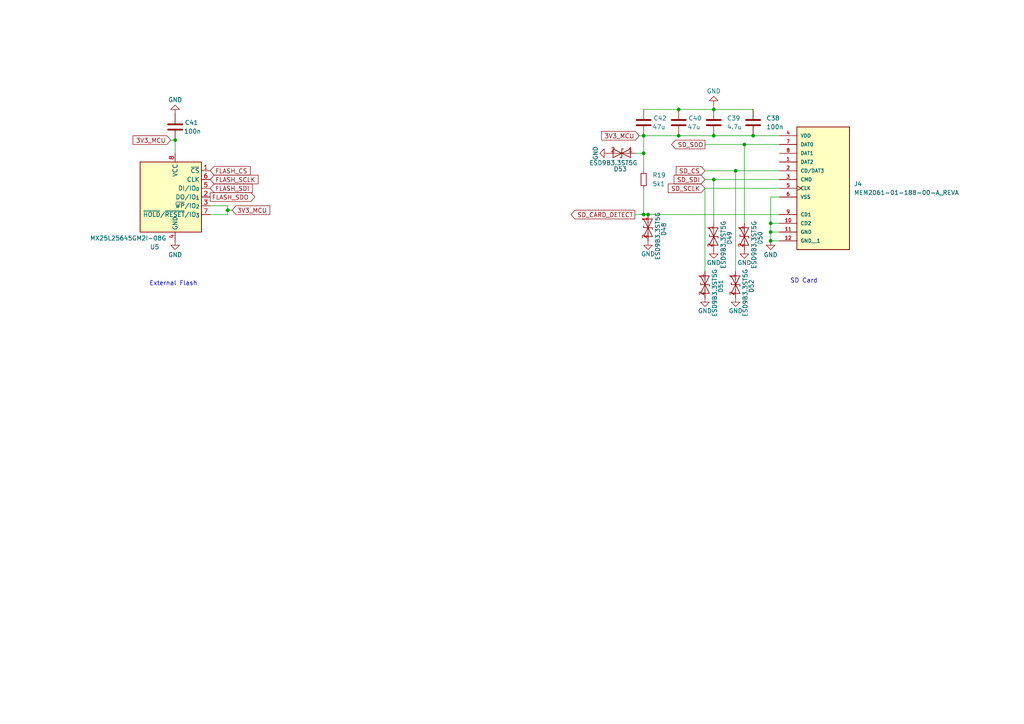
<source format=kicad_sch>
(kicad_sch (version 20250114) (generator "eeschema") (generator_version "9.0")
  (paper "A4")
  (lib_symbols
    (symbol "Device:C" (pin_numbers (hide yes)) (pin_names (offset 0.254))
      (property "Reference" "C" (at 0.635 2.54 0))
      (property "Value" "C" (at 0.635 -2.54 0))
      (symbol "C_0_1"
        (polyline (pts (xy -2.032 0.762) (xy 2.032 0.762)) (stroke (width 0.508)))
        (polyline (pts (xy -2.032 -0.762) (xy 2.032 -0.762)) (stroke (width 0.508)))
      )
      (symbol "C_1_1"
        (pin passive line (at 0 3.81 270) (length 2.794) (name "~") (number "1"))
        (pin passive line (at 0 -3.81 90) (length 2.794) (name "~") (number "2"))
      )
    )
    (symbol "Device:R_Small" (pin_numbers (hide yes)) (pin_names (offset 0.254) (hide yes))
      (property "Reference" "R" (at 0.762 0.508 0))
      (property "Value" "R_Small" (at 0.762 -1.016 0))
      (symbol "R_Small_0_1"
        (rectangle (start -0.762 1.778) (end 0.762 -1.778) (stroke (width 0.2032)))
      )
      (symbol "R_Small_1_1"
        (pin passive line (at 0 2.54 270) (length 0.762) (name "~") (number "1"))
        (pin passive line (at 0 -2.54 90) (length 0.762) (name "~") (number "2"))
      )
    )
    (symbol "Diode:ESD9B3.3ST5G" (pin_names (offset 1.016) (hide yes))
      (property "Reference" "D" (at 0 2.54 0))
      (property "Value" "ESD9B3.3ST5G" (at 0 -2.54 0))
      (symbol "ESD9B3.3ST5G_0_1"
        (polyline (pts (xy -2.54 -1.27) (xy 0 0) (xy -2.54 1.27) (xy -2.54 -1.27)) (stroke (width 0.2032)))
        (polyline (pts (xy 0.508 1.27) (xy 0 1.27) (xy 0 -1.27) (xy -0.508 -1.27)) (stroke (width 0.2032)))
        (polyline (pts (xy 1.27 0) (xy -1.27 0)))
        (polyline (pts (xy 2.54 1.27) (xy 2.54 -1.27) (xy 0 0) (xy 2.54 1.27)) (stroke (width 0.2032)))
      )
      (symbol "ESD9B3.3ST5G_1_1"
        (pin passive line (at -3.81 0 0) (length 2.54) (name "A1") (number "1"))
        (pin passive line (at 3.81 0 180) (length 2.54) (name "A2") (number "2"))
      )
    )
    (symbol "MEM2061-01-188-00-A_REVA:MEM2061-01-188-00-A_REVA" (pin_names (offset 1.016))
      (property "Reference" "J" (at 0 15.2675 0))
      (property "Value" "MEM2061-01-188-00-A_REVA" (at 0 -22.8815 0))
      (symbol "MEM2061-01-188-00-A_REVA_0_0"
        (rectangle (start 0 -20.32) (end 15.24 15.24) (stroke (width 0.254)) (fill (type background)))
        (pin power_in line (at -5.08 12.7 0) (length 5.08) (name "VDD") (number "4"))
        (pin bidirectional line (at -5.08 10.16 0) (length 5.08) (name "DAT0") (number "7"))
        (pin bidirectional line (at -5.08 7.62 0) (length 5.08) (name "DAT1") (number "8"))
        (pin bidirectional line (at -5.08 5.08 0) (length 5.08) (name "DAT2") (number "1"))
        (pin bidirectional line (at -5.08 2.54 0) (length 5.08) (name "CD/DAT3") (number "2"))
        (pin bidirectional line (at -5.08 0 0) (length 5.08) (name "CMD") (number "3"))
        (pin bidirectional clock (at -5.08 -2.54 0) (length 5.08) (name "CLK") (number "5"))
        (pin power_in line (at -5.08 -5.08 0) (length 5.08) (name "VSS") (number "6"))
        (pin passive line (at -5.08 -10.16 0) (length 5.08) (name "CD1") (number "9"))
        (pin passive line (at -5.08 -12.7 0) (length 5.08) (name "CD2") (number "10"))
        (pin power_in line (at -5.08 -15.24 0) (length 5.08) (name "GND") (number "11"))
        (pin power_in line (at -5.08 -17.78 0) (length 5.08) (name "GND__1") (number "12"))
      )
    )
    (symbol "Memory_Flash:W25Q128JVS"
      (property "Reference" "U" (at -6.35 11.43 0))
      (property "Value" "W25Q128JVS" (at 7.62 11.43 0))
      (symbol "W25Q128JVS_0_1"
        (rectangle (start -7.62 10.16) (end 10.16 -10.16) (stroke (width 0.254)) (fill (type background)))
      )
      (symbol "W25Q128JVS_1_1"
        (pin input line (at -10.16 7.62 0) (length 2.54) (name "~{CS}") (number "1"))
        (pin input line (at -10.16 5.08 0) (length 2.54) (name "CLK") (number "6"))
        (pin bidirectional line (at -10.16 2.54 0) (length 2.54) (name "DI/IO_{0}") (number "5"))
        (pin bidirectional line (at -10.16 0 0) (length 2.54) (name "DO/IO_{1}") (number "2"))
        (pin bidirectional line (at -10.16 -2.54 0) (length 2.54) (name "~{WP}/IO_{2}") (number "3"))
        (pin bidirectional line (at -10.16 -5.08 0) (length 2.54) (name "~{HOLD}/~{RESET}/IO_{3}") (number "7"))
        (pin power_in line (at 0 12.7 270) (length 2.54) (name "VCC") (number "8"))
        (pin power_in line (at 0 -12.7 90) (length 2.54) (name "GND") (number "4"))
      )
    )
    (symbol "power:GND" (power) (pin_numbers (hide yes)) (pin_names (offset 0) (hide yes))
      (property "Value" "GND" (at 0 -3.81 0))
      (symbol "GND_0_1"
        (polyline (pts (xy 0 0) (xy 0 -1.27) (xy 1.27 -1.27) (xy 0 -2.54) (xy -1.27 -1.27) (xy 0 -1.27)))
      )
      (symbol "GND_1_1"
        (pin power_in line (at 0 0 270) (length 0) (name "~") (number "1"))
      )
    )
  )
  (text "External Flash\n" (at 50.292 82.296 0) (effects (font (size 1.27 1.27))))
  (text "SD Card" (at 233.172 81.534 0) (effects (font (size 1.27 1.27))))
  (junction (at 186.69 39.37))
  (junction (at 196.85 31.75))
  (junction (at 207.01 39.37))
  (junction (at 213.36 49.53))
  (junction (at 223.52 64.77))
  (junction (at 215.9 41.91))
  (junction (at 207.01 31.75))
  (junction (at 186.69 62.23))
  (junction (at 207.01 52.07))
  (junction (at 187.96 62.23))
  (junction (at 186.69 44.45))
  (junction (at 223.52 67.31))
  (junction (at 66.04 60.96))
  (junction (at 218.44 39.37))
  (junction (at 196.85 39.37))
  (junction (at 50.8 40.64))
  (junction (at 223.52 69.85))
  (wire (pts (xy 207.01 39.37) (xy 218.44 39.37)))
  (wire (pts (xy 184.15 44.45) (xy 186.69 44.45)))
  (wire (pts (xy 186.69 39.37) (xy 185.42 39.37)))
  (wire (pts (xy 207.01 30.48) (xy 207.01 31.75)))
  (wire (pts (xy 207.01 52.07) (xy 226.06 52.07)))
  (wire (pts (xy 223.52 64.77) (xy 226.06 64.77)))
  (wire (pts (xy 204.47 52.07) (xy 207.01 52.07)))
  (wire (pts (xy 187.96 62.23) (xy 226.06 62.23)))
  (wire (pts (xy 49.53 40.64) (xy 50.8 40.64)))
  (wire (pts (xy 223.52 67.31) (xy 223.52 69.85)))
  (wire (pts (xy 215.9 41.91) (xy 226.06 41.91)))
  (wire (pts (xy 186.69 54.61) (xy 186.69 62.23)))
  (wire (pts (xy 204.47 54.61) (xy 226.06 54.61)))
  (wire (pts (xy 50.8 40.64) (xy 50.8 44.45)))
  (wire (pts (xy 196.85 39.37) (xy 207.01 39.37)))
  (wire (pts (xy 207.01 52.07) (xy 207.01 64.77)))
  (wire (pts (xy 186.69 39.37) (xy 186.69 44.45)))
  (wire (pts (xy 184.15 62.23) (xy 186.69 62.23)))
  (wire (pts (xy 204.47 49.53) (xy 213.36 49.53)))
  (wire (pts (xy 207.01 31.75) (xy 218.44 31.75)))
  (wire (pts (xy 66.04 62.23) (xy 60.96 62.23)))
  (wire (pts (xy 223.52 69.85) (xy 226.06 69.85)))
  (wire (pts (xy 223.52 57.15) (xy 223.52 64.77)))
  (wire (pts (xy 204.47 54.61) (xy 204.47 78.74)))
  (wire (pts (xy 204.47 41.91) (xy 215.9 41.91)))
  (wire (pts (xy 223.52 67.31) (xy 226.06 67.31)))
  (wire (pts (xy 66.04 59.69) (xy 60.96 59.69)))
  (wire (pts (xy 186.69 44.45) (xy 186.69 49.53)))
  (wire (pts (xy 186.69 31.75) (xy 196.85 31.75)))
  (wire (pts (xy 186.69 39.37) (xy 196.85 39.37)))
  (wire (pts (xy 196.85 31.75) (xy 207.01 31.75)))
  (wire (pts (xy 66.04 60.96) (xy 66.04 62.23)))
  (wire (pts (xy 67.31 60.96) (xy 66.04 60.96)))
  (wire (pts (xy 223.52 64.77) (xy 223.52 67.31)))
  (wire (pts (xy 213.36 49.53) (xy 213.36 78.74)))
  (wire (pts (xy 218.44 39.37) (xy 226.06 39.37)))
  (wire (pts (xy 186.69 62.23) (xy 187.96 62.23)))
  (wire (pts (xy 213.36 49.53) (xy 226.06 49.53)))
  (wire (pts (xy 226.06 57.15) (xy 223.52 57.15)))
  (wire (pts (xy 66.04 60.96) (xy 66.04 59.69)))
  (wire (pts (xy 215.9 41.91) (xy 215.9 64.77)))
  (global_label "SD_CARD_DETECT" (shape output) (at 184.15 62.23 180) (property "Intersheetrefs" "${INTERSHEET_REFS}" (effects (hide yes))))
  (global_label "SD_SDO" (shape output) (at 204.47 41.91 180) (property "Intersheetrefs" "${INTERSHEET_REFS}" (effects (hide yes))))
  (global_label "SD_CS" (shape input) (at 204.47 49.53 180) (property "Intersheetrefs" "${INTERSHEET_REFS}" (effects (hide yes))))
  (global_label "SD_SCLK" (shape input) (at 204.47 54.61 180) (property "Intersheetrefs" "${INTERSHEET_REFS}" (effects (hide yes))))
  (global_label "FLASH_SDO" (shape output) (at 60.96 57.15 0) (property "Intersheetrefs" "${INTERSHEET_REFS}" (effects (hide yes))))
  (global_label "3V3_MCU" (shape input) (at 185.42 39.37 180) (property "Intersheetrefs" "${INTERSHEET_REFS}" (effects (hide yes))))
  (global_label "SD_SDI" (shape input) (at 204.47 52.07 180) (property "Intersheetrefs" "${INTERSHEET_REFS}" (effects (hide yes))))
  (global_label "FLASH_SCLK" (shape input) (at 60.96 52.07 0) (property "Intersheetrefs" "${INTERSHEET_REFS}" (effects (hide yes))))
  (global_label "FLASH_SDI" (shape input) (at 60.96 54.61 0) (property "Intersheetrefs" "${INTERSHEET_REFS}" (effects (hide yes))))
  (global_label "FLASH_CS" (shape input) (at 60.96 49.53 0) (property "Intersheetrefs" "${INTERSHEET_REFS}" (effects (hide yes))))
  (global_label "3V3_MCU" (shape input) (at 67.31 60.96 0) (property "Intersheetrefs" "${INTERSHEET_REFS}" (effects (hide yes))))
  (global_label "3V3_MCU" (shape input) (at 49.53 40.64 180) (property "Intersheetrefs" "${INTERSHEET_REFS}" (effects (hide yes))))
  (symbol (lib_id "power:GND") (at 207.01 72.39 0) (unit 1)
    (property "Reference" "#PWR063" (effects (hide yes)))
    (property "Value" "GND" (at 207.01 76.2 0))
    (property "Description" "Power symbol creates a global label with name \"GND\" , ground" (effects (hide yes)))
  )
  (symbol (lib_id "Device:R_Small") (at 186.69 52.07 180) (unit 1)
    (property "Reference" "R19" (at 189.23 50.7999 0) (effects (justify right)))
    (property "Value" "5k1" (at 189.23 53.3399 0) (effects (justify right)))
    (property "Description" "Resistor, small symbol" (effects (hide yes)))
  )
  (symbol (lib_id "MEM2061-01-188-00-A_REVA:MEM2061-01-188-00-A_REVA") (at 231.14 52.07 0) (unit 1)
    (property "Reference" "J4" (at 247.65 53.3399 0) (effects (justify left)))
    (property "Value" "MEM2061-01-188-00-A_REVA" (at 247.65 55.8799 0) (effects (justify left)))
    (property "Footprint" "MEM2061-01-188-00-A_REVA:GCT_MEM2061-01-188-00-A_REVA" (effects (hide yes)))
    (property "MANUFACTURER" "GCT" (effects (hide yes)))
  )
  (symbol (lib_id "power:GND") (at 204.47 86.36 0) (unit 1)
    (property "Reference" "#PWR065" (effects (hide yes)))
    (property "Value" "GND" (at 204.47 90.17 0))
    (property "Description" "Power symbol creates a global label with name \"GND\" , ground" (effects (hide yes)))
  )
  (symbol (lib_id "Diode:ESD9B3.3ST5G") (at 215.9 68.58 270) (unit 1)
    (property "Reference" "D50" (at 220.472 67.056 0) (effects (justify left)))
    (property "Value" "ESD9B3.3ST5G" (at 218.694 64.008 0) (effects (justify left)))
    (property "Footprint" "Diode_SMD:D_SOD-923" (effects (hide yes)))
    (property "Datasheet" "https://www.onsemi.com/pub/Collateral/ESD9B-D.PDF" (effects (hide yes)))
    (property "Description" "ESD protection diode, 3.3Vrwm, SOD-923" (effects (hide yes)))
  )
  (symbol (lib_id "power:GND") (at 213.36 86.36 0) (unit 1)
    (property "Reference" "#PWR066" (effects (hide yes)))
    (property "Value" "GND" (at 213.36 90.17 0))
    (property "Description" "Power symbol creates a global label with name \"GND\" , ground" (effects (hide yes)))
  )
  (symbol (lib_id "power:GND") (at 215.9 72.39 0) (unit 1)
    (property "Reference" "#PWR064" (effects (hide yes)))
    (property "Value" "GND" (at 215.9 76.2 0))
    (property "Description" "Power symbol creates a global label with name \"GND\" , ground" (effects (hide yes)))
  )
  (symbol (lib_id "power:GND") (at 50.8 69.85 0) (unit 1)
    (property "Reference" "#PWR027" (effects (hide yes)))
    (property "Value" "GND" (at 50.8 73.914 0))
    (property "Description" "Power symbol creates a global label with name \"GND\" , ground" (effects (hide yes)))
  )
  (symbol (lib_id "Diode:ESD9B3.3ST5G") (at 187.96 66.04 270) (unit 1)
    (property "Reference" "D48" (at 192.532 64.516 0) (effects (justify left)))
    (property "Value" "ESD9B3.3ST5G" (at 190.754 61.468 0) (effects (justify left)))
    (property "Footprint" "Diode_SMD:D_SOD-923" (effects (hide yes)))
    (property "Datasheet" "https://www.onsemi.com/pub/Collateral/ESD9B-D.PDF" (effects (hide yes)))
    (property "Description" "ESD protection diode, 3.3Vrwm, SOD-923" (effects (hide yes)))
  )
  (symbol (lib_id "Diode:ESD9B3.3ST5G") (at 207.01 68.58 270) (unit 1)
    (property "Reference" "D49" (at 211.582 67.056 0) (effects (justify left)))
    (property "Value" "ESD9B3.3ST5G" (at 209.804 64.008 0) (effects (justify left)))
    (property "Footprint" "Diode_SMD:D_SOD-923" (effects (hide yes)))
    (property "Datasheet" "https://www.onsemi.com/pub/Collateral/ESD9B-D.PDF" (effects (hide yes)))
    (property "Description" "ESD protection diode, 3.3Vrwm, SOD-923" (effects (hide yes)))
  )
  (symbol (lib_id "Device:C") (at 196.85 35.56 0) (unit 1)
    (property "Reference" "C40" (at 199.644 34.29 0) (effects (justify left)))
    (property "Value" "47u" (at 199.39 36.83 0) (effects (justify left)))
    (property "Footprint" "Capacitor_SMD:C_1206_3216Metric_Pad1.33x1.80mm_HandSolder" (effects (hide yes)))
    (property "Description" "Unpolarized capacitor" (effects (hide yes)))
  )
  (symbol (lib_id "Diode:ESD9B3.3ST5G") (at 180.34 44.45 180) (unit 1)
    (property "Reference" "D53" (at 181.864 49.022 0) (effects (justify left)))
    (property "Value" "ESD9B3.3ST5G" (at 184.912 47.244 0) (effects (justify left)))
    (property "Footprint" "Diode_SMD:D_SOD-923" (effects (hide yes)))
    (property "Datasheet" "https://www.onsemi.com/pub/Collateral/ESD9B-D.PDF" (effects (hide yes)))
    (property "Description" "ESD protection diode, 3.3Vrwm, SOD-923" (effects (hide yes)))
  )
  (symbol (lib_id "power:GND") (at 176.53 44.45 270) (unit 1)
    (property "Reference" "#PWR067" (effects (hide yes)))
    (property "Value" "GND" (at 172.72 44.45 0))
    (property "Description" "Power symbol creates a global label with name \"GND\" , ground" (effects (hide yes)))
  )
  (symbol (lib_id "Diode:ESD9B3.3ST5G") (at 204.47 82.55 270) (unit 1)
    (property "Reference" "D51" (at 209.042 81.026 0) (effects (justify left)))
    (property "Value" "ESD9B3.3ST5G" (at 207.264 77.978 0) (effects (justify left)))
    (property "Footprint" "Diode_SMD:D_SOD-923" (effects (hide yes)))
    (property "Datasheet" "https://www.onsemi.com/pub/Collateral/ESD9B-D.PDF" (effects (hide yes)))
    (property "Description" "ESD protection diode, 3.3Vrwm, SOD-923" (effects (hide yes)))
  )
  (symbol (lib_id "power:GND") (at 50.8 33.02 180) (unit 1)
    (property "Reference" "#PWR028" (effects (hide yes)))
    (property "Value" "GND" (at 50.8 28.956 0))
    (property "Description" "Power symbol creates a global label with name \"GND\" , ground" (effects (hide yes)))
  )
  (symbol (lib_id "Device:C") (at 207.01 35.56 0) (unit 1)
    (property "Reference" "C39" (at 210.82 34.2899 0) (effects (justify left)))
    (property "Value" "4.7u" (at 210.82 36.8299 0) (effects (justify left)))
    (property "Footprint" "Capacitor_SMD:C_0603_1608Metric_Pad1.08x0.95mm_HandSolder" (effects (hide yes)))
    (property "Description" "Unpolarized capacitor" (effects (hide yes)))
  )
  (symbol (lib_id "power:GND") (at 223.52 69.85 0) (unit 1)
    (property "Reference" "#PWR025" (effects (hide yes)))
    (property "Value" "GND" (at 223.52 73.914 0))
    (property "Description" "Power symbol creates a global label with name \"GND\" , ground" (effects (hide yes)))
  )
  (symbol (lib_id "Memory_Flash:W25Q128JVS") (at 50.8 57.15 0) (mirror y) (unit 1)
    (property "Reference" "U5" (at 46.228 71.628 0) (effects (justify left)))
    (property "Value" "MX25L25645GM2I-08G" (at 48.26 69.088 0) (effects (justify left)))
    (property "Footprint" "Package_SO:SOIC-8_5.3x5.3mm_P1.27mm" (effects (hide yes)))
  )
  (symbol (lib_id "Device:C") (at 50.8 36.83 0) (unit 1)
    (property "Reference" "C41" (at 53.594 35.56 0) (effects (justify left)))
    (property "Value" "100n" (at 53.34 38.1 0) (effects (justify left)))
    (property "Footprint" "Capacitor_SMD:C_0402_1005Metric_Pad0.74x0.62mm_HandSolder" (effects (hide yes)))
    (property "Description" "Unpolarized capacitor" (effects (hide yes)))
  )
  (symbol (lib_id "Device:C") (at 186.69 35.56 0) (unit 1)
    (property "Reference" "C42" (at 189.484 34.29 0) (effects (justify left)))
    (property "Value" "47u" (at 189.23 36.83 0) (effects (justify left)))
    (property "Footprint" "Capacitor_SMD:C_1206_3216Metric_Pad1.33x1.80mm_HandSolder" (effects (hide yes)))
    (property "Description" "Unpolarized capacitor" (effects (hide yes)))
  )
  (symbol (lib_id "power:GND") (at 207.01 30.48 180) (unit 1)
    (property "Reference" "#PWR026" (effects (hide yes)))
    (property "Value" "GND" (at 207.01 26.416 0))
    (property "Description" "Power symbol creates a global label with name \"GND\" , ground" (effects (hide yes)))
  )
  (symbol (lib_id "Device:C") (at 218.44 35.56 0) (unit 1)
    (property "Reference" "C38" (at 222.25 34.2899 0) (effects (justify left)))
    (property "Value" "100n" (at 222.25 36.8299 0) (effects (justify left)))
    (property "Footprint" "Capacitor_SMD:C_0402_1005Metric_Pad0.74x0.62mm_HandSolder" (effects (hide yes)))
    (property "Description" "Unpolarized capacitor" (effects (hide yes)))
  )
  (symbol (lib_id "power:GND") (at 187.96 69.85 0) (unit 1)
    (property "Reference" "#PWR062" (effects (hide yes)))
    (property "Value" "GND" (at 187.96 73.66 0))
    (property "Description" "Power symbol creates a global label with name \"GND\" , ground" (effects (hide yes)))
  )
  (symbol (lib_id "Diode:ESD9B3.3ST5G") (at 213.36 82.55 270) (unit 1)
    (property "Reference" "D52" (at 217.932 81.026 0) (effects (justify left)))
    (property "Value" "ESD9B3.3ST5G" (at 216.154 77.978 0) (effects (justify left)))
    (property "Footprint" "Diode_SMD:D_SOD-923" (effects (hide yes)))
    (property "Datasheet" "https://www.onsemi.com/pub/Collateral/ESD9B-D.PDF" (effects (hide yes)))
    (property "Description" "ESD protection diode, 3.3Vrwm, SOD-923" (effects (hide yes)))
  )
)
</source>
